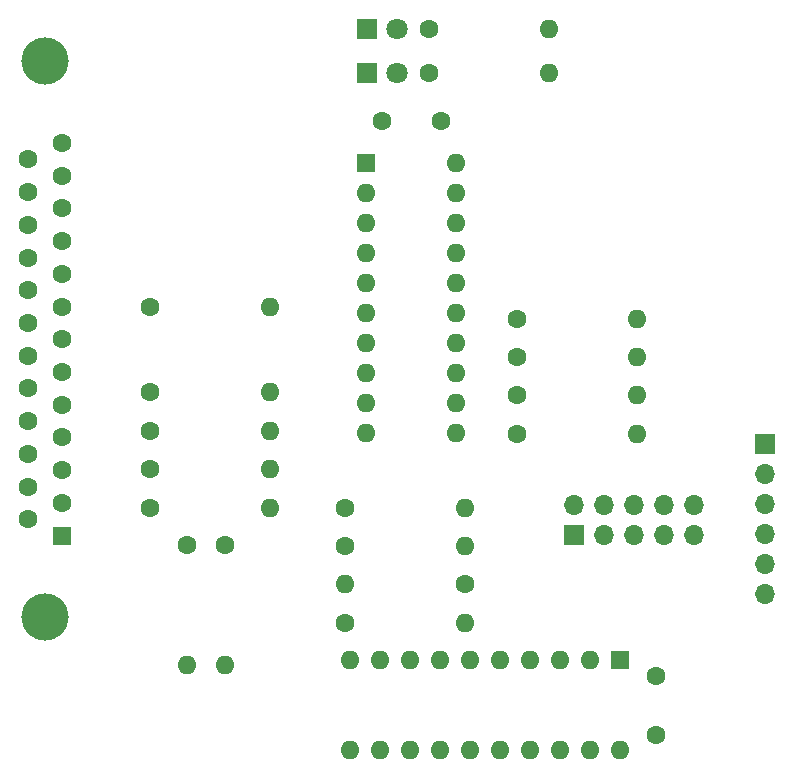
<source format=gbr>
%TF.GenerationSoftware,KiCad,Pcbnew,(6.0.7)*%
%TF.CreationDate,2023-04-25T18:20:49-06:00*%
%TF.ProjectId,byte_blaster_II,62797465-5f62-46c6-9173-7465725f4949,rev?*%
%TF.SameCoordinates,Original*%
%TF.FileFunction,Soldermask,Top*%
%TF.FilePolarity,Negative*%
%FSLAX46Y46*%
G04 Gerber Fmt 4.6, Leading zero omitted, Abs format (unit mm)*
G04 Created by KiCad (PCBNEW (6.0.7)) date 2023-04-25 18:20:49*
%MOMM*%
%LPD*%
G01*
G04 APERTURE LIST*
%ADD10C,1.600000*%
%ADD11O,1.600000X1.600000*%
%ADD12R,1.600000X1.600000*%
%ADD13R,1.700000X1.700000*%
%ADD14O,1.700000X1.700000*%
%ADD15R,1.800000X1.800000*%
%ADD16C,1.800000*%
%ADD17C,4.000000*%
G04 APERTURE END LIST*
D10*
%TO.C,R15*%
X86126112Y-127668557D03*
D11*
X96286112Y-127668557D03*
%TD*%
D10*
%TO.C,R7*%
X61456112Y-137088557D03*
D11*
X61456112Y-147248557D03*
%TD*%
D10*
%TO.C,R10*%
X86126112Y-124418557D03*
D11*
X96286112Y-124418557D03*
%TD*%
D10*
%TO.C,C1*%
X79706112Y-101168557D03*
X74706112Y-101168557D03*
%TD*%
%TO.C,R16*%
X81774012Y-140422766D03*
D11*
X71614012Y-140422766D03*
%TD*%
D10*
%TO.C,R17*%
X78706112Y-93418557D03*
D11*
X88866112Y-93418557D03*
%TD*%
D10*
%TO.C,R5*%
X55126112Y-116918557D03*
D11*
X65286112Y-116918557D03*
%TD*%
D10*
%TO.C,R14*%
X78706112Y-97168557D03*
D11*
X88866112Y-97168557D03*
%TD*%
D10*
%TO.C,R1*%
X55126112Y-133918557D03*
D11*
X65286112Y-133918557D03*
%TD*%
D10*
%TO.C,R3*%
X55126112Y-127418557D03*
D11*
X65286112Y-127418557D03*
%TD*%
D12*
%TO.C,U1*%
X73406112Y-104743557D03*
D11*
X73406112Y-107283557D03*
X73406112Y-109823557D03*
X73406112Y-112363557D03*
X73406112Y-114903557D03*
X73406112Y-117443557D03*
X73406112Y-119983557D03*
X73406112Y-122523557D03*
X73406112Y-125063557D03*
X73406112Y-127603557D03*
X81026112Y-127603557D03*
X81026112Y-125063557D03*
X81026112Y-122523557D03*
X81026112Y-119983557D03*
X81026112Y-117443557D03*
X81026112Y-114903557D03*
X81026112Y-112363557D03*
X81026112Y-109823557D03*
X81026112Y-107283557D03*
X81026112Y-104743557D03*
%TD*%
D10*
%TO.C,C2*%
X97956112Y-148168557D03*
X97956112Y-153168557D03*
%TD*%
%TO.C,R13*%
X71626112Y-143668557D03*
D11*
X81786112Y-143668557D03*
%TD*%
D10*
%TO.C,R4*%
X55126112Y-124168557D03*
D11*
X65286112Y-124168557D03*
%TD*%
D10*
%TO.C,R8*%
X86126112Y-117918557D03*
D11*
X96286112Y-117918557D03*
%TD*%
D10*
%TO.C,R9*%
X86126112Y-121168557D03*
D11*
X96286112Y-121168557D03*
%TD*%
D10*
%TO.C,R11*%
X71626112Y-133918557D03*
D11*
X81786112Y-133918557D03*
%TD*%
D13*
%TO.C,J2*%
X90956112Y-136208557D03*
D14*
X90956112Y-133668557D03*
X93496112Y-136208557D03*
X93496112Y-133668557D03*
X96036112Y-136208557D03*
X96036112Y-133668557D03*
X98576112Y-136208557D03*
X98576112Y-133668557D03*
X101116112Y-136208557D03*
X101116112Y-133668557D03*
%TD*%
D15*
%TO.C,D2*%
X73431112Y-93418557D03*
D16*
X75971112Y-93418557D03*
%TD*%
D17*
%TO.C,J1*%
X46216443Y-143223557D03*
X46216443Y-96123557D03*
D12*
X47636443Y-136293557D03*
D10*
X47636443Y-133523557D03*
X47636443Y-130753557D03*
X47636443Y-127983557D03*
X47636443Y-125213557D03*
X47636443Y-122443557D03*
X47636443Y-119673557D03*
X47636443Y-116903557D03*
X47636443Y-114133557D03*
X47636443Y-111363557D03*
X47636443Y-108593557D03*
X47636443Y-105823557D03*
X47636443Y-103053557D03*
X44796443Y-134908557D03*
X44796443Y-132138557D03*
X44796443Y-129368557D03*
X44796443Y-126598557D03*
X44796443Y-123828557D03*
X44796443Y-121058557D03*
X44796443Y-118288557D03*
X44796443Y-115518557D03*
X44796443Y-112748557D03*
X44796443Y-109978557D03*
X44796443Y-107208557D03*
X44796443Y-104438557D03*
%TD*%
%TO.C,R2*%
X55126112Y-130668557D03*
D11*
X65286112Y-130668557D03*
%TD*%
D10*
%TO.C,R6*%
X58206112Y-137088557D03*
D11*
X58206112Y-147248557D03*
%TD*%
D12*
%TO.C,U2*%
X94866112Y-146828557D03*
D11*
X92326112Y-146828557D03*
X89786112Y-146828557D03*
X87246112Y-146828557D03*
X84706112Y-146828557D03*
X82166112Y-146828557D03*
X79626112Y-146828557D03*
X77086112Y-146828557D03*
X74546112Y-146828557D03*
X72006112Y-146828557D03*
X72006112Y-154448557D03*
X74546112Y-154448557D03*
X77086112Y-154448557D03*
X79626112Y-154448557D03*
X82166112Y-154448557D03*
X84706112Y-154448557D03*
X87246112Y-154448557D03*
X89786112Y-154448557D03*
X92326112Y-154448557D03*
X94866112Y-154448557D03*
%TD*%
D10*
%TO.C,R12*%
X71626112Y-137168557D03*
D11*
X81786112Y-137168557D03*
%TD*%
D15*
%TO.C,D1*%
X73431112Y-97168557D03*
D16*
X75971112Y-97168557D03*
%TD*%
D13*
%TO.C,J3*%
X107206112Y-128568557D03*
D14*
X107206112Y-131108557D03*
X107206112Y-133648557D03*
X107206112Y-136188557D03*
X107206112Y-138728557D03*
X107206112Y-141268557D03*
%TD*%
M02*

</source>
